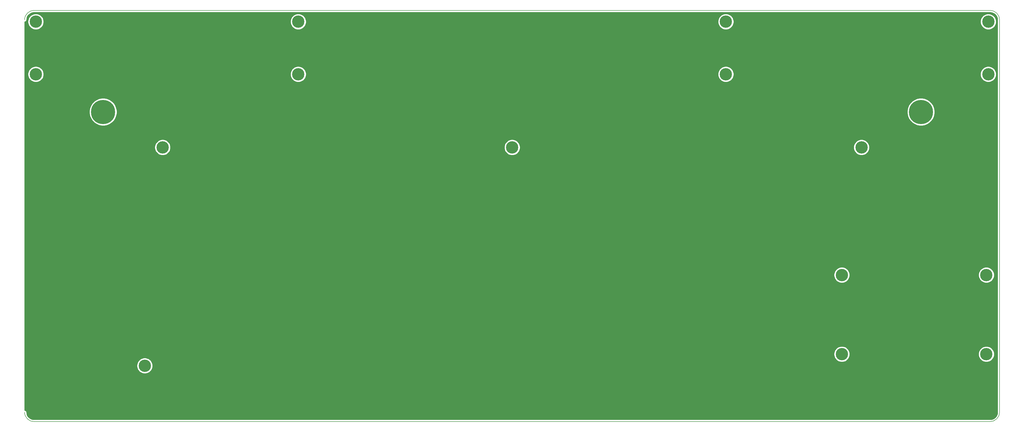
<source format=gbr>
%TF.GenerationSoftware,KiCad,Pcbnew,5.1.7-a382d34a8~88~ubuntu20.04.1*%
%TF.CreationDate,2021-03-29T02:56:27+02:00*%
%TF.ProjectId,mysterium-bottom,6d797374-6572-4697-956d-2d626f74746f,rev?*%
%TF.SameCoordinates,Original*%
%TF.FileFunction,Copper,L1,Top*%
%TF.FilePolarity,Positive*%
%FSLAX46Y46*%
G04 Gerber Fmt 4.6, Leading zero omitted, Abs format (unit mm)*
G04 Created by KiCad (PCBNEW 5.1.7-a382d34a8~88~ubuntu20.04.1) date 2021-03-29 02:56:27*
%MOMM*%
%LPD*%
G01*
G04 APERTURE LIST*
%TA.AperFunction,Profile*%
%ADD10C,0.150000*%
%TD*%
%TA.AperFunction,ComponentPad*%
%ADD11C,8.600000*%
%TD*%
%TA.AperFunction,ComponentPad*%
%ADD12C,4.400000*%
%TD*%
%TA.AperFunction,Conductor*%
%ADD13C,0.254000*%
%TD*%
%TA.AperFunction,Conductor*%
%ADD14C,0.150000*%
%TD*%
G04 APERTURE END LIST*
D10*
X384213099Y-204169841D02*
G75*
G02*
X380909040Y-207479900I-3307059J-3000D01*
G01*
X380903041Y-60863401D02*
G75*
G02*
X384213100Y-64167460I3000J-3307059D01*
G01*
X36550601Y-64173459D02*
G75*
G02*
X39854660Y-60863400I3307059J3000D01*
G01*
X39860659Y-207479899D02*
G75*
G02*
X36550600Y-204175840I-3000J3307059D01*
G01*
X384213100Y-64167460D02*
X384213099Y-204169841D01*
X380909040Y-207479900D02*
X39860659Y-207479899D01*
X39854660Y-60863400D02*
X380903041Y-60863400D01*
D11*
X356213100Y-97053400D03*
X64550600Y-97053400D03*
D12*
X286626300Y-83613400D03*
X134137400Y-83613400D03*
X286626300Y-64863400D03*
X40550600Y-64863400D03*
X379523512Y-183454800D03*
X327986788Y-183454800D03*
X379523512Y-155219400D03*
X327986788Y-155219400D03*
X79401800Y-187587400D03*
X85763100Y-109702600D03*
X335000600Y-109702600D03*
X210419351Y-197713600D03*
X210419351Y-109702600D03*
X134137400Y-64863400D03*
X380213100Y-64863400D03*
X380213100Y-83613400D03*
X40550600Y-83613400D03*
D13*
X381407508Y-61625744D02*
X381892232Y-61771612D01*
X382339387Y-62008847D01*
X382731949Y-62328421D01*
X383054962Y-62718155D01*
X383296123Y-63163208D01*
X383446248Y-63646629D01*
X383503101Y-64182877D01*
X383503099Y-204135438D01*
X383450756Y-204674309D01*
X383304888Y-205159032D01*
X383067652Y-205606188D01*
X382748079Y-205998749D01*
X382358343Y-206321763D01*
X381913292Y-206562923D01*
X381429871Y-206713048D01*
X380893623Y-206769901D01*
X39895062Y-206769899D01*
X39356191Y-206717556D01*
X38871468Y-206571688D01*
X38424312Y-206334452D01*
X38031751Y-206014879D01*
X37708737Y-205625143D01*
X37467577Y-205180092D01*
X37317452Y-204696671D01*
X37256745Y-204124072D01*
X37254483Y-204113105D01*
X37246462Y-204034858D01*
X37205826Y-203902383D01*
X37140232Y-203780323D01*
X37052180Y-203673329D01*
X36945023Y-203585475D01*
X36822842Y-203520108D01*
X36690291Y-203479718D01*
X36626100Y-203473258D01*
X36623303Y-187308177D01*
X76566800Y-187308177D01*
X76566800Y-187866623D01*
X76675748Y-188414339D01*
X76889456Y-188930276D01*
X77199712Y-189394607D01*
X77594593Y-189789488D01*
X78058924Y-190099744D01*
X78574861Y-190313452D01*
X79122577Y-190422400D01*
X79681023Y-190422400D01*
X80228739Y-190313452D01*
X80744676Y-190099744D01*
X81209007Y-189789488D01*
X81603888Y-189394607D01*
X81914144Y-188930276D01*
X82127852Y-188414339D01*
X82236800Y-187866623D01*
X82236800Y-187308177D01*
X82127852Y-186760461D01*
X81914144Y-186244524D01*
X81603888Y-185780193D01*
X81209007Y-185385312D01*
X80744676Y-185075056D01*
X80228739Y-184861348D01*
X79681023Y-184752400D01*
X79122577Y-184752400D01*
X78574861Y-184861348D01*
X78058924Y-185075056D01*
X77594593Y-185385312D01*
X77199712Y-185780193D01*
X76889456Y-186244524D01*
X76675748Y-186760461D01*
X76566800Y-187308177D01*
X36623303Y-187308177D01*
X36622588Y-183175577D01*
X325151788Y-183175577D01*
X325151788Y-183734023D01*
X325260736Y-184281739D01*
X325474444Y-184797676D01*
X325784700Y-185262007D01*
X326179581Y-185656888D01*
X326643912Y-185967144D01*
X327159849Y-186180852D01*
X327707565Y-186289800D01*
X328266011Y-186289800D01*
X328813727Y-186180852D01*
X329329664Y-185967144D01*
X329793995Y-185656888D01*
X330188876Y-185262007D01*
X330499132Y-184797676D01*
X330712840Y-184281739D01*
X330821788Y-183734023D01*
X330821788Y-183175577D01*
X376688512Y-183175577D01*
X376688512Y-183734023D01*
X376797460Y-184281739D01*
X377011168Y-184797676D01*
X377321424Y-185262007D01*
X377716305Y-185656888D01*
X378180636Y-185967144D01*
X378696573Y-186180852D01*
X379244289Y-186289800D01*
X379802735Y-186289800D01*
X380350451Y-186180852D01*
X380866388Y-185967144D01*
X381330719Y-185656888D01*
X381725600Y-185262007D01*
X382035856Y-184797676D01*
X382249564Y-184281739D01*
X382358512Y-183734023D01*
X382358512Y-183175577D01*
X382249564Y-182627861D01*
X382035856Y-182111924D01*
X381725600Y-181647593D01*
X381330719Y-181252712D01*
X380866388Y-180942456D01*
X380350451Y-180728748D01*
X379802735Y-180619800D01*
X379244289Y-180619800D01*
X378696573Y-180728748D01*
X378180636Y-180942456D01*
X377716305Y-181252712D01*
X377321424Y-181647593D01*
X377011168Y-182111924D01*
X376797460Y-182627861D01*
X376688512Y-183175577D01*
X330821788Y-183175577D01*
X330712840Y-182627861D01*
X330499132Y-182111924D01*
X330188876Y-181647593D01*
X329793995Y-181252712D01*
X329329664Y-180942456D01*
X328813727Y-180728748D01*
X328266011Y-180619800D01*
X327707565Y-180619800D01*
X327159849Y-180728748D01*
X326643912Y-180942456D01*
X326179581Y-181252712D01*
X325784700Y-181647593D01*
X325474444Y-182111924D01*
X325260736Y-182627861D01*
X325151788Y-183175577D01*
X36622588Y-183175577D01*
X36617703Y-154940177D01*
X325151788Y-154940177D01*
X325151788Y-155498623D01*
X325260736Y-156046339D01*
X325474444Y-156562276D01*
X325784700Y-157026607D01*
X326179581Y-157421488D01*
X326643912Y-157731744D01*
X327159849Y-157945452D01*
X327707565Y-158054400D01*
X328266011Y-158054400D01*
X328813727Y-157945452D01*
X329329664Y-157731744D01*
X329793995Y-157421488D01*
X330188876Y-157026607D01*
X330499132Y-156562276D01*
X330712840Y-156046339D01*
X330821788Y-155498623D01*
X330821788Y-154940177D01*
X376688512Y-154940177D01*
X376688512Y-155498623D01*
X376797460Y-156046339D01*
X377011168Y-156562276D01*
X377321424Y-157026607D01*
X377716305Y-157421488D01*
X378180636Y-157731744D01*
X378696573Y-157945452D01*
X379244289Y-158054400D01*
X379802735Y-158054400D01*
X380350451Y-157945452D01*
X380866388Y-157731744D01*
X381330719Y-157421488D01*
X381725600Y-157026607D01*
X382035856Y-156562276D01*
X382249564Y-156046339D01*
X382358512Y-155498623D01*
X382358512Y-154940177D01*
X382249564Y-154392461D01*
X382035856Y-153876524D01*
X381725600Y-153412193D01*
X381330719Y-153017312D01*
X380866388Y-152707056D01*
X380350451Y-152493348D01*
X379802735Y-152384400D01*
X379244289Y-152384400D01*
X378696573Y-152493348D01*
X378180636Y-152707056D01*
X377716305Y-153017312D01*
X377321424Y-153412193D01*
X377011168Y-153876524D01*
X376797460Y-154392461D01*
X376688512Y-154940177D01*
X330821788Y-154940177D01*
X330712840Y-154392461D01*
X330499132Y-153876524D01*
X330188876Y-153412193D01*
X329793995Y-153017312D01*
X329329664Y-152707056D01*
X328813727Y-152493348D01*
X328266011Y-152384400D01*
X327707565Y-152384400D01*
X327159849Y-152493348D01*
X326643912Y-152707056D01*
X326179581Y-153017312D01*
X325784700Y-153412193D01*
X325474444Y-153876524D01*
X325260736Y-154392461D01*
X325151788Y-154940177D01*
X36617703Y-154940177D01*
X36609827Y-109423377D01*
X82928100Y-109423377D01*
X82928100Y-109981823D01*
X83037048Y-110529539D01*
X83250756Y-111045476D01*
X83561012Y-111509807D01*
X83955893Y-111904688D01*
X84420224Y-112214944D01*
X84936161Y-112428652D01*
X85483877Y-112537600D01*
X86042323Y-112537600D01*
X86590039Y-112428652D01*
X87105976Y-112214944D01*
X87570307Y-111904688D01*
X87965188Y-111509807D01*
X88275444Y-111045476D01*
X88489152Y-110529539D01*
X88598100Y-109981823D01*
X88598100Y-109423377D01*
X207584351Y-109423377D01*
X207584351Y-109981823D01*
X207693299Y-110529539D01*
X207907007Y-111045476D01*
X208217263Y-111509807D01*
X208612144Y-111904688D01*
X209076475Y-112214944D01*
X209592412Y-112428652D01*
X210140128Y-112537600D01*
X210698574Y-112537600D01*
X211246290Y-112428652D01*
X211762227Y-112214944D01*
X212226558Y-111904688D01*
X212621439Y-111509807D01*
X212931695Y-111045476D01*
X213145403Y-110529539D01*
X213254351Y-109981823D01*
X213254351Y-109423377D01*
X332165600Y-109423377D01*
X332165600Y-109981823D01*
X332274548Y-110529539D01*
X332488256Y-111045476D01*
X332798512Y-111509807D01*
X333193393Y-111904688D01*
X333657724Y-112214944D01*
X334173661Y-112428652D01*
X334721377Y-112537600D01*
X335279823Y-112537600D01*
X335827539Y-112428652D01*
X336343476Y-112214944D01*
X336807807Y-111904688D01*
X337202688Y-111509807D01*
X337512944Y-111045476D01*
X337726652Y-110529539D01*
X337835600Y-109981823D01*
X337835600Y-109423377D01*
X337726652Y-108875661D01*
X337512944Y-108359724D01*
X337202688Y-107895393D01*
X336807807Y-107500512D01*
X336343476Y-107190256D01*
X335827539Y-106976548D01*
X335279823Y-106867600D01*
X334721377Y-106867600D01*
X334173661Y-106976548D01*
X333657724Y-107190256D01*
X333193393Y-107500512D01*
X332798512Y-107895393D01*
X332488256Y-108359724D01*
X332274548Y-108875661D01*
X332165600Y-109423377D01*
X213254351Y-109423377D01*
X213145403Y-108875661D01*
X212931695Y-108359724D01*
X212621439Y-107895393D01*
X212226558Y-107500512D01*
X211762227Y-107190256D01*
X211246290Y-106976548D01*
X210698574Y-106867600D01*
X210140128Y-106867600D01*
X209592412Y-106976548D01*
X209076475Y-107190256D01*
X208612144Y-107500512D01*
X208217263Y-107895393D01*
X207907007Y-108359724D01*
X207693299Y-108875661D01*
X207584351Y-109423377D01*
X88598100Y-109423377D01*
X88489152Y-108875661D01*
X88275444Y-108359724D01*
X87965188Y-107895393D01*
X87570307Y-107500512D01*
X87105976Y-107190256D01*
X86590039Y-106976548D01*
X86042323Y-106867600D01*
X85483877Y-106867600D01*
X84936161Y-106976548D01*
X84420224Y-107190256D01*
X83955893Y-107500512D01*
X83561012Y-107895393D01*
X83250756Y-108359724D01*
X83037048Y-108875661D01*
X82928100Y-109423377D01*
X36609827Y-109423377D01*
X36607602Y-96567345D01*
X59615600Y-96567345D01*
X59615600Y-97539455D01*
X59805250Y-98492886D01*
X60177260Y-99390999D01*
X60717335Y-100199279D01*
X61404721Y-100886665D01*
X62213001Y-101426740D01*
X63111114Y-101798750D01*
X64064545Y-101988400D01*
X65036655Y-101988400D01*
X65990086Y-101798750D01*
X66888199Y-101426740D01*
X67696479Y-100886665D01*
X68383865Y-100199279D01*
X68923940Y-99390999D01*
X69295950Y-98492886D01*
X69485600Y-97539455D01*
X69485600Y-96567345D01*
X351278100Y-96567345D01*
X351278100Y-97539455D01*
X351467750Y-98492886D01*
X351839760Y-99390999D01*
X352379835Y-100199279D01*
X353067221Y-100886665D01*
X353875501Y-101426740D01*
X354773614Y-101798750D01*
X355727045Y-101988400D01*
X356699155Y-101988400D01*
X357652586Y-101798750D01*
X358550699Y-101426740D01*
X359358979Y-100886665D01*
X360046365Y-100199279D01*
X360586440Y-99390999D01*
X360958450Y-98492886D01*
X361148100Y-97539455D01*
X361148100Y-96567345D01*
X360958450Y-95613914D01*
X360586440Y-94715801D01*
X360046365Y-93907521D01*
X359358979Y-93220135D01*
X358550699Y-92680060D01*
X357652586Y-92308050D01*
X356699155Y-92118400D01*
X355727045Y-92118400D01*
X354773614Y-92308050D01*
X353875501Y-92680060D01*
X353067221Y-93220135D01*
X352379835Y-93907521D01*
X351839760Y-94715801D01*
X351467750Y-95613914D01*
X351278100Y-96567345D01*
X69485600Y-96567345D01*
X69295950Y-95613914D01*
X68923940Y-94715801D01*
X68383865Y-93907521D01*
X67696479Y-93220135D01*
X66888199Y-92680060D01*
X65990086Y-92308050D01*
X65036655Y-92118400D01*
X64064545Y-92118400D01*
X63111114Y-92308050D01*
X62213001Y-92680060D01*
X61404721Y-93220135D01*
X60717335Y-93907521D01*
X60177260Y-94715801D01*
X59805250Y-95613914D01*
X59615600Y-96567345D01*
X36607602Y-96567345D01*
X36605312Y-83334177D01*
X37715600Y-83334177D01*
X37715600Y-83892623D01*
X37824548Y-84440339D01*
X38038256Y-84956276D01*
X38348512Y-85420607D01*
X38743393Y-85815488D01*
X39207724Y-86125744D01*
X39723661Y-86339452D01*
X40271377Y-86448400D01*
X40829823Y-86448400D01*
X41377539Y-86339452D01*
X41893476Y-86125744D01*
X42357807Y-85815488D01*
X42752688Y-85420607D01*
X43062944Y-84956276D01*
X43276652Y-84440339D01*
X43385600Y-83892623D01*
X43385600Y-83334177D01*
X131302400Y-83334177D01*
X131302400Y-83892623D01*
X131411348Y-84440339D01*
X131625056Y-84956276D01*
X131935312Y-85420607D01*
X132330193Y-85815488D01*
X132794524Y-86125744D01*
X133310461Y-86339452D01*
X133858177Y-86448400D01*
X134416623Y-86448400D01*
X134964339Y-86339452D01*
X135480276Y-86125744D01*
X135944607Y-85815488D01*
X136339488Y-85420607D01*
X136649744Y-84956276D01*
X136863452Y-84440339D01*
X136972400Y-83892623D01*
X136972400Y-83334177D01*
X283791300Y-83334177D01*
X283791300Y-83892623D01*
X283900248Y-84440339D01*
X284113956Y-84956276D01*
X284424212Y-85420607D01*
X284819093Y-85815488D01*
X285283424Y-86125744D01*
X285799361Y-86339452D01*
X286347077Y-86448400D01*
X286905523Y-86448400D01*
X287453239Y-86339452D01*
X287969176Y-86125744D01*
X288433507Y-85815488D01*
X288828388Y-85420607D01*
X289138644Y-84956276D01*
X289352352Y-84440339D01*
X289461300Y-83892623D01*
X289461300Y-83334177D01*
X377378100Y-83334177D01*
X377378100Y-83892623D01*
X377487048Y-84440339D01*
X377700756Y-84956276D01*
X378011012Y-85420607D01*
X378405893Y-85815488D01*
X378870224Y-86125744D01*
X379386161Y-86339452D01*
X379933877Y-86448400D01*
X380492323Y-86448400D01*
X381040039Y-86339452D01*
X381555976Y-86125744D01*
X382020307Y-85815488D01*
X382415188Y-85420607D01*
X382725444Y-84956276D01*
X382939152Y-84440339D01*
X383048100Y-83892623D01*
X383048100Y-83334177D01*
X382939152Y-82786461D01*
X382725444Y-82270524D01*
X382415188Y-81806193D01*
X382020307Y-81411312D01*
X381555976Y-81101056D01*
X381040039Y-80887348D01*
X380492323Y-80778400D01*
X379933877Y-80778400D01*
X379386161Y-80887348D01*
X378870224Y-81101056D01*
X378405893Y-81411312D01*
X378011012Y-81806193D01*
X377700756Y-82270524D01*
X377487048Y-82786461D01*
X377378100Y-83334177D01*
X289461300Y-83334177D01*
X289352352Y-82786461D01*
X289138644Y-82270524D01*
X288828388Y-81806193D01*
X288433507Y-81411312D01*
X287969176Y-81101056D01*
X287453239Y-80887348D01*
X286905523Y-80778400D01*
X286347077Y-80778400D01*
X285799361Y-80887348D01*
X285283424Y-81101056D01*
X284819093Y-81411312D01*
X284424212Y-81806193D01*
X284113956Y-82270524D01*
X283900248Y-82786461D01*
X283791300Y-83334177D01*
X136972400Y-83334177D01*
X136863452Y-82786461D01*
X136649744Y-82270524D01*
X136339488Y-81806193D01*
X135944607Y-81411312D01*
X135480276Y-81101056D01*
X134964339Y-80887348D01*
X134416623Y-80778400D01*
X133858177Y-80778400D01*
X133310461Y-80887348D01*
X132794524Y-81101056D01*
X132330193Y-81411312D01*
X131935312Y-81806193D01*
X131625056Y-82270524D01*
X131411348Y-82786461D01*
X131302400Y-83334177D01*
X43385600Y-83334177D01*
X43276652Y-82786461D01*
X43062944Y-82270524D01*
X42752688Y-81806193D01*
X42357807Y-81411312D01*
X41893476Y-81101056D01*
X41377539Y-80887348D01*
X40829823Y-80778400D01*
X40271377Y-80778400D01*
X39723661Y-80887348D01*
X39207724Y-81101056D01*
X38743393Y-81411312D01*
X38348512Y-81806193D01*
X38038256Y-82270524D01*
X37824548Y-82786461D01*
X37715600Y-83334177D01*
X36605312Y-83334177D01*
X36602118Y-64880396D01*
X36615592Y-64880478D01*
X36751681Y-64854390D01*
X36880112Y-64802365D01*
X36995991Y-64726386D01*
X37094907Y-64629345D01*
X37125773Y-64584177D01*
X37715600Y-64584177D01*
X37715600Y-65142623D01*
X37824548Y-65690339D01*
X38038256Y-66206276D01*
X38348512Y-66670607D01*
X38743393Y-67065488D01*
X39207724Y-67375744D01*
X39723661Y-67589452D01*
X40271377Y-67698400D01*
X40829823Y-67698400D01*
X41377539Y-67589452D01*
X41893476Y-67375744D01*
X42357807Y-67065488D01*
X42752688Y-66670607D01*
X43062944Y-66206276D01*
X43276652Y-65690339D01*
X43385600Y-65142623D01*
X43385600Y-64584177D01*
X131302400Y-64584177D01*
X131302400Y-65142623D01*
X131411348Y-65690339D01*
X131625056Y-66206276D01*
X131935312Y-66670607D01*
X132330193Y-67065488D01*
X132794524Y-67375744D01*
X133310461Y-67589452D01*
X133858177Y-67698400D01*
X134416623Y-67698400D01*
X134964339Y-67589452D01*
X135480276Y-67375744D01*
X135944607Y-67065488D01*
X136339488Y-66670607D01*
X136649744Y-66206276D01*
X136863452Y-65690339D01*
X136972400Y-65142623D01*
X136972400Y-64584177D01*
X283791300Y-64584177D01*
X283791300Y-65142623D01*
X283900248Y-65690339D01*
X284113956Y-66206276D01*
X284424212Y-66670607D01*
X284819093Y-67065488D01*
X285283424Y-67375744D01*
X285799361Y-67589452D01*
X286347077Y-67698400D01*
X286905523Y-67698400D01*
X287453239Y-67589452D01*
X287969176Y-67375744D01*
X288433507Y-67065488D01*
X288828388Y-66670607D01*
X289138644Y-66206276D01*
X289352352Y-65690339D01*
X289461300Y-65142623D01*
X289461300Y-64584177D01*
X377378100Y-64584177D01*
X377378100Y-65142623D01*
X377487048Y-65690339D01*
X377700756Y-66206276D01*
X378011012Y-66670607D01*
X378405893Y-67065488D01*
X378870224Y-67375744D01*
X379386161Y-67589452D01*
X379933877Y-67698400D01*
X380492323Y-67698400D01*
X381040039Y-67589452D01*
X381555976Y-67375744D01*
X382020307Y-67065488D01*
X382415188Y-66670607D01*
X382725444Y-66206276D01*
X382939152Y-65690339D01*
X383048100Y-65142623D01*
X383048100Y-64584177D01*
X382939152Y-64036461D01*
X382725444Y-63520524D01*
X382415188Y-63056193D01*
X382020307Y-62661312D01*
X381555976Y-62351056D01*
X381040039Y-62137348D01*
X380492323Y-62028400D01*
X379933877Y-62028400D01*
X379386161Y-62137348D01*
X378870224Y-62351056D01*
X378405893Y-62661312D01*
X378011012Y-63056193D01*
X377700756Y-63520524D01*
X377487048Y-64036461D01*
X377378100Y-64584177D01*
X289461300Y-64584177D01*
X289352352Y-64036461D01*
X289138644Y-63520524D01*
X288828388Y-63056193D01*
X288433507Y-62661312D01*
X287969176Y-62351056D01*
X287453239Y-62137348D01*
X286905523Y-62028400D01*
X286347077Y-62028400D01*
X285799361Y-62137348D01*
X285283424Y-62351056D01*
X284819093Y-62661312D01*
X284424212Y-63056193D01*
X284113956Y-63520524D01*
X283900248Y-64036461D01*
X283791300Y-64584177D01*
X136972400Y-64584177D01*
X136863452Y-64036461D01*
X136649744Y-63520524D01*
X136339488Y-63056193D01*
X135944607Y-62661312D01*
X135480276Y-62351056D01*
X134964339Y-62137348D01*
X134416623Y-62028400D01*
X133858177Y-62028400D01*
X133310461Y-62137348D01*
X132794524Y-62351056D01*
X132330193Y-62661312D01*
X131935312Y-63056193D01*
X131625056Y-63520524D01*
X131411348Y-64036461D01*
X131302400Y-64584177D01*
X43385600Y-64584177D01*
X43276652Y-64036461D01*
X43062944Y-63520524D01*
X42752688Y-63056193D01*
X42357807Y-62661312D01*
X41893476Y-62351056D01*
X41377539Y-62137348D01*
X40829823Y-62028400D01*
X40271377Y-62028400D01*
X39723661Y-62137348D01*
X39207724Y-62351056D01*
X38743393Y-62661312D01*
X38348512Y-63056193D01*
X38038256Y-63520524D01*
X37824548Y-64036461D01*
X37715600Y-64584177D01*
X37125773Y-64584177D01*
X37173089Y-64514940D01*
X37227561Y-64387528D01*
X37256248Y-64251962D01*
X37257275Y-64242102D01*
X37312944Y-63668992D01*
X37458812Y-63184268D01*
X37696047Y-62737113D01*
X38015621Y-62344551D01*
X38405355Y-62021538D01*
X38850408Y-61780377D01*
X39333829Y-61630252D01*
X39870067Y-61573400D01*
X380868629Y-61573400D01*
X381407508Y-61625744D01*
%TA.AperFunction,Conductor*%
D14*
G36*
X381407508Y-61625744D02*
G01*
X381892232Y-61771612D01*
X382339387Y-62008847D01*
X382731949Y-62328421D01*
X383054962Y-62718155D01*
X383296123Y-63163208D01*
X383446248Y-63646629D01*
X383503101Y-64182877D01*
X383503099Y-204135438D01*
X383450756Y-204674309D01*
X383304888Y-205159032D01*
X383067652Y-205606188D01*
X382748079Y-205998749D01*
X382358343Y-206321763D01*
X381913292Y-206562923D01*
X381429871Y-206713048D01*
X380893623Y-206769901D01*
X39895062Y-206769899D01*
X39356191Y-206717556D01*
X38871468Y-206571688D01*
X38424312Y-206334452D01*
X38031751Y-206014879D01*
X37708737Y-205625143D01*
X37467577Y-205180092D01*
X37317452Y-204696671D01*
X37256745Y-204124072D01*
X37254483Y-204113105D01*
X37246462Y-204034858D01*
X37205826Y-203902383D01*
X37140232Y-203780323D01*
X37052180Y-203673329D01*
X36945023Y-203585475D01*
X36822842Y-203520108D01*
X36690291Y-203479718D01*
X36626100Y-203473258D01*
X36623303Y-187308177D01*
X76566800Y-187308177D01*
X76566800Y-187866623D01*
X76675748Y-188414339D01*
X76889456Y-188930276D01*
X77199712Y-189394607D01*
X77594593Y-189789488D01*
X78058924Y-190099744D01*
X78574861Y-190313452D01*
X79122577Y-190422400D01*
X79681023Y-190422400D01*
X80228739Y-190313452D01*
X80744676Y-190099744D01*
X81209007Y-189789488D01*
X81603888Y-189394607D01*
X81914144Y-188930276D01*
X82127852Y-188414339D01*
X82236800Y-187866623D01*
X82236800Y-187308177D01*
X82127852Y-186760461D01*
X81914144Y-186244524D01*
X81603888Y-185780193D01*
X81209007Y-185385312D01*
X80744676Y-185075056D01*
X80228739Y-184861348D01*
X79681023Y-184752400D01*
X79122577Y-184752400D01*
X78574861Y-184861348D01*
X78058924Y-185075056D01*
X77594593Y-185385312D01*
X77199712Y-185780193D01*
X76889456Y-186244524D01*
X76675748Y-186760461D01*
X76566800Y-187308177D01*
X36623303Y-187308177D01*
X36622588Y-183175577D01*
X325151788Y-183175577D01*
X325151788Y-183734023D01*
X325260736Y-184281739D01*
X325474444Y-184797676D01*
X325784700Y-185262007D01*
X326179581Y-185656888D01*
X326643912Y-185967144D01*
X327159849Y-186180852D01*
X327707565Y-186289800D01*
X328266011Y-186289800D01*
X328813727Y-186180852D01*
X329329664Y-185967144D01*
X329793995Y-185656888D01*
X330188876Y-185262007D01*
X330499132Y-184797676D01*
X330712840Y-184281739D01*
X330821788Y-183734023D01*
X330821788Y-183175577D01*
X376688512Y-183175577D01*
X376688512Y-183734023D01*
X376797460Y-184281739D01*
X377011168Y-184797676D01*
X377321424Y-185262007D01*
X377716305Y-185656888D01*
X378180636Y-185967144D01*
X378696573Y-186180852D01*
X379244289Y-186289800D01*
X379802735Y-186289800D01*
X380350451Y-186180852D01*
X380866388Y-185967144D01*
X381330719Y-185656888D01*
X381725600Y-185262007D01*
X382035856Y-184797676D01*
X382249564Y-184281739D01*
X382358512Y-183734023D01*
X382358512Y-183175577D01*
X382249564Y-182627861D01*
X382035856Y-182111924D01*
X381725600Y-181647593D01*
X381330719Y-181252712D01*
X380866388Y-180942456D01*
X380350451Y-180728748D01*
X379802735Y-180619800D01*
X379244289Y-180619800D01*
X378696573Y-180728748D01*
X378180636Y-180942456D01*
X377716305Y-181252712D01*
X377321424Y-181647593D01*
X377011168Y-182111924D01*
X376797460Y-182627861D01*
X376688512Y-183175577D01*
X330821788Y-183175577D01*
X330712840Y-182627861D01*
X330499132Y-182111924D01*
X330188876Y-181647593D01*
X329793995Y-181252712D01*
X329329664Y-180942456D01*
X328813727Y-180728748D01*
X328266011Y-180619800D01*
X327707565Y-180619800D01*
X327159849Y-180728748D01*
X326643912Y-180942456D01*
X326179581Y-181252712D01*
X325784700Y-181647593D01*
X325474444Y-182111924D01*
X325260736Y-182627861D01*
X325151788Y-183175577D01*
X36622588Y-183175577D01*
X36617703Y-154940177D01*
X325151788Y-154940177D01*
X325151788Y-155498623D01*
X325260736Y-156046339D01*
X325474444Y-156562276D01*
X325784700Y-157026607D01*
X326179581Y-157421488D01*
X326643912Y-157731744D01*
X327159849Y-157945452D01*
X327707565Y-158054400D01*
X328266011Y-158054400D01*
X328813727Y-157945452D01*
X329329664Y-157731744D01*
X329793995Y-157421488D01*
X330188876Y-157026607D01*
X330499132Y-156562276D01*
X330712840Y-156046339D01*
X330821788Y-155498623D01*
X330821788Y-154940177D01*
X376688512Y-154940177D01*
X376688512Y-155498623D01*
X376797460Y-156046339D01*
X377011168Y-156562276D01*
X377321424Y-157026607D01*
X377716305Y-157421488D01*
X378180636Y-157731744D01*
X378696573Y-157945452D01*
X379244289Y-158054400D01*
X379802735Y-158054400D01*
X380350451Y-157945452D01*
X380866388Y-157731744D01*
X381330719Y-157421488D01*
X381725600Y-157026607D01*
X382035856Y-156562276D01*
X382249564Y-156046339D01*
X382358512Y-155498623D01*
X382358512Y-154940177D01*
X382249564Y-154392461D01*
X382035856Y-153876524D01*
X381725600Y-153412193D01*
X381330719Y-153017312D01*
X380866388Y-152707056D01*
X380350451Y-152493348D01*
X379802735Y-152384400D01*
X379244289Y-152384400D01*
X378696573Y-152493348D01*
X378180636Y-152707056D01*
X377716305Y-153017312D01*
X377321424Y-153412193D01*
X377011168Y-153876524D01*
X376797460Y-154392461D01*
X376688512Y-154940177D01*
X330821788Y-154940177D01*
X330712840Y-154392461D01*
X330499132Y-153876524D01*
X330188876Y-153412193D01*
X329793995Y-153017312D01*
X329329664Y-152707056D01*
X328813727Y-152493348D01*
X328266011Y-152384400D01*
X327707565Y-152384400D01*
X327159849Y-152493348D01*
X326643912Y-152707056D01*
X326179581Y-153017312D01*
X325784700Y-153412193D01*
X325474444Y-153876524D01*
X325260736Y-154392461D01*
X325151788Y-154940177D01*
X36617703Y-154940177D01*
X36609827Y-109423377D01*
X82928100Y-109423377D01*
X82928100Y-109981823D01*
X83037048Y-110529539D01*
X83250756Y-111045476D01*
X83561012Y-111509807D01*
X83955893Y-111904688D01*
X84420224Y-112214944D01*
X84936161Y-112428652D01*
X85483877Y-112537600D01*
X86042323Y-112537600D01*
X86590039Y-112428652D01*
X87105976Y-112214944D01*
X87570307Y-111904688D01*
X87965188Y-111509807D01*
X88275444Y-111045476D01*
X88489152Y-110529539D01*
X88598100Y-109981823D01*
X88598100Y-109423377D01*
X207584351Y-109423377D01*
X207584351Y-109981823D01*
X207693299Y-110529539D01*
X207907007Y-111045476D01*
X208217263Y-111509807D01*
X208612144Y-111904688D01*
X209076475Y-112214944D01*
X209592412Y-112428652D01*
X210140128Y-112537600D01*
X210698574Y-112537600D01*
X211246290Y-112428652D01*
X211762227Y-112214944D01*
X212226558Y-111904688D01*
X212621439Y-111509807D01*
X212931695Y-111045476D01*
X213145403Y-110529539D01*
X213254351Y-109981823D01*
X213254351Y-109423377D01*
X332165600Y-109423377D01*
X332165600Y-109981823D01*
X332274548Y-110529539D01*
X332488256Y-111045476D01*
X332798512Y-111509807D01*
X333193393Y-111904688D01*
X333657724Y-112214944D01*
X334173661Y-112428652D01*
X334721377Y-112537600D01*
X335279823Y-112537600D01*
X335827539Y-112428652D01*
X336343476Y-112214944D01*
X336807807Y-111904688D01*
X337202688Y-111509807D01*
X337512944Y-111045476D01*
X337726652Y-110529539D01*
X337835600Y-109981823D01*
X337835600Y-109423377D01*
X337726652Y-108875661D01*
X337512944Y-108359724D01*
X337202688Y-107895393D01*
X336807807Y-107500512D01*
X336343476Y-107190256D01*
X335827539Y-106976548D01*
X335279823Y-106867600D01*
X334721377Y-106867600D01*
X334173661Y-106976548D01*
X333657724Y-107190256D01*
X333193393Y-107500512D01*
X332798512Y-107895393D01*
X332488256Y-108359724D01*
X332274548Y-108875661D01*
X332165600Y-109423377D01*
X213254351Y-109423377D01*
X213145403Y-108875661D01*
X212931695Y-108359724D01*
X212621439Y-107895393D01*
X212226558Y-107500512D01*
X211762227Y-107190256D01*
X211246290Y-106976548D01*
X210698574Y-106867600D01*
X210140128Y-106867600D01*
X209592412Y-106976548D01*
X209076475Y-107190256D01*
X208612144Y-107500512D01*
X208217263Y-107895393D01*
X207907007Y-108359724D01*
X207693299Y-108875661D01*
X207584351Y-109423377D01*
X88598100Y-109423377D01*
X88489152Y-108875661D01*
X88275444Y-108359724D01*
X87965188Y-107895393D01*
X87570307Y-107500512D01*
X87105976Y-107190256D01*
X86590039Y-106976548D01*
X86042323Y-106867600D01*
X85483877Y-106867600D01*
X84936161Y-106976548D01*
X84420224Y-107190256D01*
X83955893Y-107500512D01*
X83561012Y-107895393D01*
X83250756Y-108359724D01*
X83037048Y-108875661D01*
X82928100Y-109423377D01*
X36609827Y-109423377D01*
X36607602Y-96567345D01*
X59615600Y-96567345D01*
X59615600Y-97539455D01*
X59805250Y-98492886D01*
X60177260Y-99390999D01*
X60717335Y-100199279D01*
X61404721Y-100886665D01*
X62213001Y-101426740D01*
X63111114Y-101798750D01*
X64064545Y-101988400D01*
X65036655Y-101988400D01*
X65990086Y-101798750D01*
X66888199Y-101426740D01*
X67696479Y-100886665D01*
X68383865Y-100199279D01*
X68923940Y-99390999D01*
X69295950Y-98492886D01*
X69485600Y-97539455D01*
X69485600Y-96567345D01*
X351278100Y-96567345D01*
X351278100Y-97539455D01*
X351467750Y-98492886D01*
X351839760Y-99390999D01*
X352379835Y-100199279D01*
X353067221Y-100886665D01*
X353875501Y-101426740D01*
X354773614Y-101798750D01*
X355727045Y-101988400D01*
X356699155Y-101988400D01*
X357652586Y-101798750D01*
X358550699Y-101426740D01*
X359358979Y-100886665D01*
X360046365Y-100199279D01*
X360586440Y-99390999D01*
X360958450Y-98492886D01*
X361148100Y-97539455D01*
X361148100Y-96567345D01*
X360958450Y-95613914D01*
X360586440Y-94715801D01*
X360046365Y-93907521D01*
X359358979Y-93220135D01*
X358550699Y-92680060D01*
X357652586Y-92308050D01*
X356699155Y-92118400D01*
X355727045Y-92118400D01*
X354773614Y-92308050D01*
X353875501Y-92680060D01*
X353067221Y-93220135D01*
X352379835Y-93907521D01*
X351839760Y-94715801D01*
X351467750Y-95613914D01*
X351278100Y-96567345D01*
X69485600Y-96567345D01*
X69295950Y-95613914D01*
X68923940Y-94715801D01*
X68383865Y-93907521D01*
X67696479Y-93220135D01*
X66888199Y-92680060D01*
X65990086Y-92308050D01*
X65036655Y-92118400D01*
X64064545Y-92118400D01*
X63111114Y-92308050D01*
X62213001Y-92680060D01*
X61404721Y-93220135D01*
X60717335Y-93907521D01*
X60177260Y-94715801D01*
X59805250Y-95613914D01*
X59615600Y-96567345D01*
X36607602Y-96567345D01*
X36605312Y-83334177D01*
X37715600Y-83334177D01*
X37715600Y-83892623D01*
X37824548Y-84440339D01*
X38038256Y-84956276D01*
X38348512Y-85420607D01*
X38743393Y-85815488D01*
X39207724Y-86125744D01*
X39723661Y-86339452D01*
X40271377Y-86448400D01*
X40829823Y-86448400D01*
X41377539Y-86339452D01*
X41893476Y-86125744D01*
X42357807Y-85815488D01*
X42752688Y-85420607D01*
X43062944Y-84956276D01*
X43276652Y-84440339D01*
X43385600Y-83892623D01*
X43385600Y-83334177D01*
X131302400Y-83334177D01*
X131302400Y-83892623D01*
X131411348Y-84440339D01*
X131625056Y-84956276D01*
X131935312Y-85420607D01*
X132330193Y-85815488D01*
X132794524Y-86125744D01*
X133310461Y-86339452D01*
X133858177Y-86448400D01*
X134416623Y-86448400D01*
X134964339Y-86339452D01*
X135480276Y-86125744D01*
X135944607Y-85815488D01*
X136339488Y-85420607D01*
X136649744Y-84956276D01*
X136863452Y-84440339D01*
X136972400Y-83892623D01*
X136972400Y-83334177D01*
X283791300Y-83334177D01*
X283791300Y-83892623D01*
X283900248Y-84440339D01*
X284113956Y-84956276D01*
X284424212Y-85420607D01*
X284819093Y-85815488D01*
X285283424Y-86125744D01*
X285799361Y-86339452D01*
X286347077Y-86448400D01*
X286905523Y-86448400D01*
X287453239Y-86339452D01*
X287969176Y-86125744D01*
X288433507Y-85815488D01*
X288828388Y-85420607D01*
X289138644Y-84956276D01*
X289352352Y-84440339D01*
X289461300Y-83892623D01*
X289461300Y-83334177D01*
X377378100Y-83334177D01*
X377378100Y-83892623D01*
X377487048Y-84440339D01*
X377700756Y-84956276D01*
X378011012Y-85420607D01*
X378405893Y-85815488D01*
X378870224Y-86125744D01*
X379386161Y-86339452D01*
X379933877Y-86448400D01*
X380492323Y-86448400D01*
X381040039Y-86339452D01*
X381555976Y-86125744D01*
X382020307Y-85815488D01*
X382415188Y-85420607D01*
X382725444Y-84956276D01*
X382939152Y-84440339D01*
X383048100Y-83892623D01*
X383048100Y-83334177D01*
X382939152Y-82786461D01*
X382725444Y-82270524D01*
X382415188Y-81806193D01*
X382020307Y-81411312D01*
X381555976Y-81101056D01*
X381040039Y-80887348D01*
X380492323Y-80778400D01*
X379933877Y-80778400D01*
X379386161Y-80887348D01*
X378870224Y-81101056D01*
X378405893Y-81411312D01*
X378011012Y-81806193D01*
X377700756Y-82270524D01*
X377487048Y-82786461D01*
X377378100Y-83334177D01*
X289461300Y-83334177D01*
X289352352Y-82786461D01*
X289138644Y-82270524D01*
X288828388Y-81806193D01*
X288433507Y-81411312D01*
X287969176Y-81101056D01*
X287453239Y-80887348D01*
X286905523Y-80778400D01*
X286347077Y-80778400D01*
X285799361Y-80887348D01*
X285283424Y-81101056D01*
X284819093Y-81411312D01*
X284424212Y-81806193D01*
X284113956Y-82270524D01*
X283900248Y-82786461D01*
X283791300Y-83334177D01*
X136972400Y-83334177D01*
X136863452Y-82786461D01*
X136649744Y-82270524D01*
X136339488Y-81806193D01*
X135944607Y-81411312D01*
X135480276Y-81101056D01*
X134964339Y-80887348D01*
X134416623Y-80778400D01*
X133858177Y-80778400D01*
X133310461Y-80887348D01*
X132794524Y-81101056D01*
X132330193Y-81411312D01*
X131935312Y-81806193D01*
X131625056Y-82270524D01*
X131411348Y-82786461D01*
X131302400Y-83334177D01*
X43385600Y-83334177D01*
X43276652Y-82786461D01*
X43062944Y-82270524D01*
X42752688Y-81806193D01*
X42357807Y-81411312D01*
X41893476Y-81101056D01*
X41377539Y-80887348D01*
X40829823Y-80778400D01*
X40271377Y-80778400D01*
X39723661Y-80887348D01*
X39207724Y-81101056D01*
X38743393Y-81411312D01*
X38348512Y-81806193D01*
X38038256Y-82270524D01*
X37824548Y-82786461D01*
X37715600Y-83334177D01*
X36605312Y-83334177D01*
X36602118Y-64880396D01*
X36615592Y-64880478D01*
X36751681Y-64854390D01*
X36880112Y-64802365D01*
X36995991Y-64726386D01*
X37094907Y-64629345D01*
X37125773Y-64584177D01*
X37715600Y-64584177D01*
X37715600Y-65142623D01*
X37824548Y-65690339D01*
X38038256Y-66206276D01*
X38348512Y-66670607D01*
X38743393Y-67065488D01*
X39207724Y-67375744D01*
X39723661Y-67589452D01*
X40271377Y-67698400D01*
X40829823Y-67698400D01*
X41377539Y-67589452D01*
X41893476Y-67375744D01*
X42357807Y-67065488D01*
X42752688Y-66670607D01*
X43062944Y-66206276D01*
X43276652Y-65690339D01*
X43385600Y-65142623D01*
X43385600Y-64584177D01*
X131302400Y-64584177D01*
X131302400Y-65142623D01*
X131411348Y-65690339D01*
X131625056Y-66206276D01*
X131935312Y-66670607D01*
X132330193Y-67065488D01*
X132794524Y-67375744D01*
X133310461Y-67589452D01*
X133858177Y-67698400D01*
X134416623Y-67698400D01*
X134964339Y-67589452D01*
X135480276Y-67375744D01*
X135944607Y-67065488D01*
X136339488Y-66670607D01*
X136649744Y-66206276D01*
X136863452Y-65690339D01*
X136972400Y-65142623D01*
X136972400Y-64584177D01*
X283791300Y-64584177D01*
X283791300Y-65142623D01*
X283900248Y-65690339D01*
X284113956Y-66206276D01*
X284424212Y-66670607D01*
X284819093Y-67065488D01*
X285283424Y-67375744D01*
X285799361Y-67589452D01*
X286347077Y-67698400D01*
X286905523Y-67698400D01*
X287453239Y-67589452D01*
X287969176Y-67375744D01*
X288433507Y-67065488D01*
X288828388Y-66670607D01*
X289138644Y-66206276D01*
X289352352Y-65690339D01*
X289461300Y-65142623D01*
X289461300Y-64584177D01*
X377378100Y-64584177D01*
X377378100Y-65142623D01*
X377487048Y-65690339D01*
X377700756Y-66206276D01*
X378011012Y-66670607D01*
X378405893Y-67065488D01*
X378870224Y-67375744D01*
X379386161Y-67589452D01*
X379933877Y-67698400D01*
X380492323Y-67698400D01*
X381040039Y-67589452D01*
X381555976Y-67375744D01*
X382020307Y-67065488D01*
X382415188Y-66670607D01*
X382725444Y-66206276D01*
X382939152Y-65690339D01*
X383048100Y-65142623D01*
X383048100Y-64584177D01*
X382939152Y-64036461D01*
X382725444Y-63520524D01*
X382415188Y-63056193D01*
X382020307Y-62661312D01*
X381555976Y-62351056D01*
X381040039Y-62137348D01*
X380492323Y-62028400D01*
X379933877Y-62028400D01*
X379386161Y-62137348D01*
X378870224Y-62351056D01*
X378405893Y-62661312D01*
X378011012Y-63056193D01*
X377700756Y-63520524D01*
X377487048Y-64036461D01*
X377378100Y-64584177D01*
X289461300Y-64584177D01*
X289352352Y-64036461D01*
X289138644Y-63520524D01*
X288828388Y-63056193D01*
X288433507Y-62661312D01*
X287969176Y-62351056D01*
X287453239Y-62137348D01*
X286905523Y-62028400D01*
X286347077Y-62028400D01*
X285799361Y-62137348D01*
X285283424Y-62351056D01*
X284819093Y-62661312D01*
X284424212Y-63056193D01*
X284113956Y-63520524D01*
X283900248Y-64036461D01*
X283791300Y-64584177D01*
X136972400Y-64584177D01*
X136863452Y-64036461D01*
X136649744Y-63520524D01*
X136339488Y-63056193D01*
X135944607Y-62661312D01*
X135480276Y-62351056D01*
X134964339Y-62137348D01*
X134416623Y-62028400D01*
X133858177Y-62028400D01*
X133310461Y-62137348D01*
X132794524Y-62351056D01*
X132330193Y-62661312D01*
X131935312Y-63056193D01*
X131625056Y-63520524D01*
X131411348Y-64036461D01*
X131302400Y-64584177D01*
X43385600Y-64584177D01*
X43276652Y-64036461D01*
X43062944Y-63520524D01*
X42752688Y-63056193D01*
X42357807Y-62661312D01*
X41893476Y-62351056D01*
X41377539Y-62137348D01*
X40829823Y-62028400D01*
X40271377Y-62028400D01*
X39723661Y-62137348D01*
X39207724Y-62351056D01*
X38743393Y-62661312D01*
X38348512Y-63056193D01*
X38038256Y-63520524D01*
X37824548Y-64036461D01*
X37715600Y-64584177D01*
X37125773Y-64584177D01*
X37173089Y-64514940D01*
X37227561Y-64387528D01*
X37256248Y-64251962D01*
X37257275Y-64242102D01*
X37312944Y-63668992D01*
X37458812Y-63184268D01*
X37696047Y-62737113D01*
X38015621Y-62344551D01*
X38405355Y-62021538D01*
X38850408Y-61780377D01*
X39333829Y-61630252D01*
X39870067Y-61573400D01*
X380868629Y-61573400D01*
X381407508Y-61625744D01*
G37*
%TD.AperFunction*%
M02*

</source>
